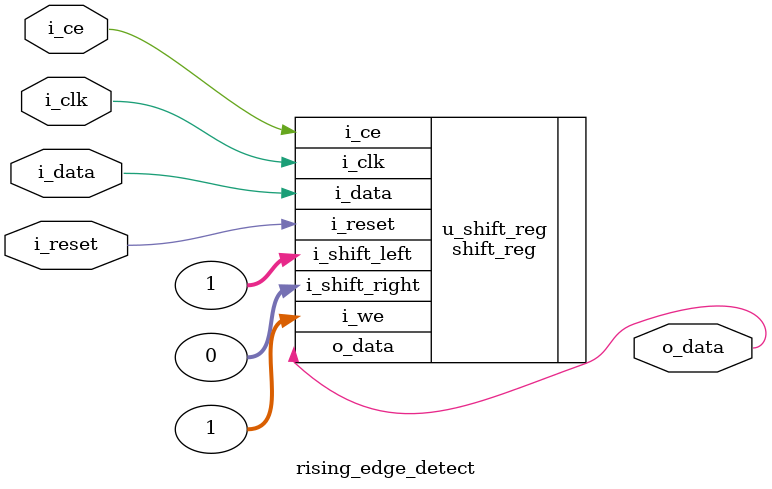
<source format=v>
module rising_edge_detect (
  input wire i_reset, i_clk, i_ce,
  input wire i_data,
  output reg o_data
);


shift_reg #(2) u_shift_reg (
  .i_reset       (i_reset       ),
  .i_ce          (i_ce          ),
  .i_clk         (i_clk         ),
  .i_we          (1             ),
  .i_shift_left  (1             ),
  .i_shift_right (0            ),
  .i_data        (i_data        ),
  .o_data        (o_data        )
);

endmodule


</source>
